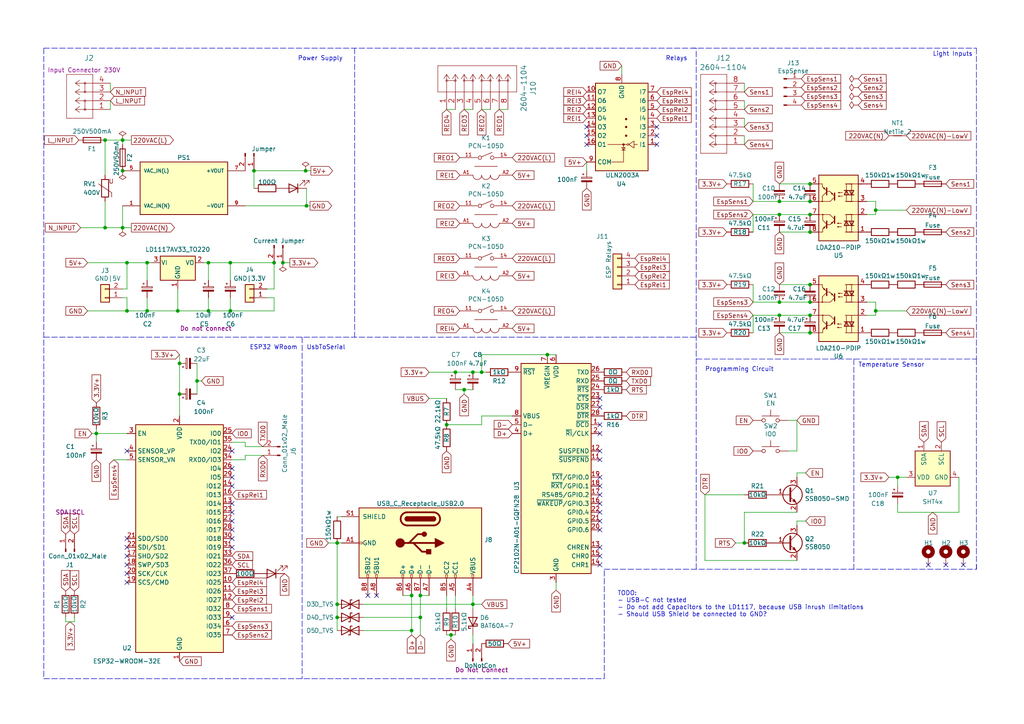
<source format=kicad_sch>
(kicad_sch (version 20211123) (generator eeschema)
  (paper "A4")
  (junction (at 27.94 125.73))
  (junction (at 57.15 110.49))
  (junction (at 97.79 157.48))
  (junction (at 260.35 138.43))
  (junction (at 226.06 62.23))
  (junction (at 97.79 175.26))
  (junction (at 88.9 59.69))
  (junction (at 234.95 87.63))
  (junction (at 66.802 76.2))
  (junction (at 254 90.17))
  (junction (at 254 60.96))
  (junction (at 60.452 90.17))
  (junction (at 234.95 62.23))
  (junction (at 134.62 113.03))
  (junction (at 51.562 90.17))
  (junction (at 139.7 107.95))
  (junction (at 137.16 175.26))
  (junction (at 66.802 90.17))
  (junction (at 36.83 76.2))
  (junction (at 52.07 114.3))
  (junction (at 30.48 66.04))
  (junction (at 82.042 76.2))
  (junction (at 60.452 76.2))
  (junction (at 234.95 96.52))
  (junction (at 121.92 179.07))
  (junction (at 36.83 90.17))
  (junction (at 121.92 172.72))
  (junction (at 234.95 91.44))
  (junction (at 88.646 49.53))
  (junction (at 226.06 58.42))
  (junction (at 158.75 102.87))
  (junction (at 52.07 105.41))
  (junction (at 132.08 107.95))
  (junction (at 97.79 179.07))
  (junction (at 35.56 66.04))
  (junction (at 234.95 58.42))
  (junction (at 234.95 82.55))
  (junction (at 130.81 184.15))
  (junction (at 35.56 40.64))
  (junction (at 234.95 53.34))
  (junction (at 234.95 67.31))
  (junction (at 226.06 91.44))
  (junction (at 129.54 123.19))
  (junction (at 119.38 182.88))
  (junction (at 42.672 76.2))
  (junction (at 79.502 76.2))
  (junction (at 137.16 107.95))
  (junction (at 73.66 49.53))
  (junction (at 42.672 90.17))
  (junction (at 30.48 40.64))
  (junction (at 226.06 87.63))
  (junction (at 35.56 49.53))
  (junction (at 119.38 172.72))
  (junction (at 215.9 157.48))
  (no_connect (at 36.83 156.21))
  (no_connect (at 67.31 151.13))
  (no_connect (at 173.99 118.11))
  (no_connect (at 36.83 163.83))
  (no_connect (at 173.99 115.57))
  (no_connect (at 173.99 163.83))
  (no_connect (at 67.31 146.05))
  (no_connect (at 170.18 39.37))
  (no_connect (at 173.99 148.59))
  (no_connect (at 173.99 161.29))
  (no_connect (at 173.99 138.43))
  (no_connect (at 170.18 36.83))
  (no_connect (at 67.31 135.89))
  (no_connect (at 173.99 151.13))
  (no_connect (at 36.83 158.75))
  (no_connect (at 67.31 140.97))
  (no_connect (at 173.99 153.67))
  (no_connect (at 279.4 163.83))
  (no_connect (at 67.31 148.59))
  (no_connect (at 274.32 163.83))
  (no_connect (at 173.99 123.19))
  (no_connect (at 173.99 146.05))
  (no_connect (at 170.18 41.91))
  (no_connect (at 36.83 166.37))
  (no_connect (at 173.99 143.51))
  (no_connect (at 36.83 168.91))
  (no_connect (at 67.31 179.07))
  (no_connect (at 36.83 161.29))
  (no_connect (at 173.99 125.73))
  (no_connect (at 67.31 153.67))
  (no_connect (at 173.99 158.75))
  (no_connect (at 173.99 140.97))
  (no_connect (at 190.5 41.91))
  (no_connect (at 67.31 138.43))
  (no_connect (at 190.5 36.83))
  (no_connect (at 36.83 130.81))
  (no_connect (at 173.99 133.35))
  (no_connect (at 269.24 163.83))
  (no_connect (at 67.31 156.21))
  (no_connect (at 67.31 130.81))
  (no_connect (at 106.68 172.72))
  (no_connect (at 109.22 172.72))
  (no_connect (at 173.99 130.81))
  (no_connect (at 67.31 158.75))
  (no_connect (at 190.5 39.37))
  (wire (pts (xy 139.7 107.95) (xy 140.97 107.95)))
  (wire (pts (xy 57.15 110.49) (xy 57.15 114.3)))
  (wire (pts (xy 105.41 179.07) (xy 121.92 179.07)))
  (wire (pts (xy 76.2 132.08) (xy 71.12 132.08)))
  (wire (pts (xy 233.68 151.13) (xy 231.14 151.13)))
  (wire (pts (xy 66.802 86.36) (xy 66.802 90.17)))
  (wire (pts (xy 215.9 39.37) (xy 215.9 41.91)))
  (wire (pts (xy 254 90.17) (xy 254 91.44)))
  (wire (pts (xy 30.48 40.64) (xy 35.56 40.64)))
  (wire (pts (xy 228.6 130.81) (xy 231.14 130.81)))
  (wire (pts (xy 66.802 76.2) (xy 79.502 76.2)))
  (wire (pts (xy 32.004 31.75) (xy 32.004 29.21)))
  (wire (pts (xy 58.42 110.49) (xy 57.15 110.49)))
  (wire (pts (xy 257.81 138.43) (xy 260.35 138.43)))
  (wire (pts (xy 27.94 125.73) (xy 27.94 128.27)))
  (polyline (pts (xy 283.21 13.97) (xy 283.21 104.14)))
  (wire (pts (xy 30.48 50.8) (xy 30.48 40.64)))
  (wire (pts (xy 161.29 168.91) (xy 161.29 171.196)))
  (wire (pts (xy 116.84 172.72) (xy 119.38 172.72)))
  (wire (pts (xy 60.452 76.2) (xy 66.802 76.2)))
  (wire (pts (xy 218.44 82.55) (xy 218.44 87.63)))
  (wire (pts (xy 88.646 49.53) (xy 90.17 49.53)))
  (wire (pts (xy 105.41 175.26) (xy 137.16 175.26)))
  (wire (pts (xy 67.31 128.27) (xy 71.12 128.27)))
  (wire (pts (xy 130.81 184.15) (xy 132.08 184.15)))
  (wire (pts (xy 254 60.96) (xy 262.89 60.96)))
  (polyline (pts (xy 247.65 104.14) (xy 247.65 165.1)))
  (polyline (pts (xy 87.63 97.79) (xy 87.63 196.85)))
  (polyline (pts (xy 283.21 165.1) (xy 283.21 163.83)))
  (wire (pts (xy 95.25 157.48) (xy 97.79 157.48)))
  (wire (pts (xy 30.48 58.42) (xy 30.48 66.04)))
  (wire (pts (xy 121.92 172.72) (xy 124.46 172.72)))
  (wire (pts (xy 97.79 149.86) (xy 99.06 149.86)))
  (wire (pts (xy 119.38 172.72) (xy 119.38 182.88)))
  (wire (pts (xy 254 58.42) (xy 254 60.96)))
  (wire (pts (xy 218.44 91.44) (xy 218.44 96.52)))
  (polyline (pts (xy 201.93 165.1) (xy 201.93 13.97)))
  (wire (pts (xy 234.95 96.52) (xy 226.06 96.52)))
  (wire (pts (xy 226.06 87.63) (xy 218.44 87.63)))
  (wire (pts (xy 233.68 137.16) (xy 231.14 137.16)))
  (wire (pts (xy 27.94 125.73) (xy 36.83 125.73)))
  (polyline (pts (xy 201.93 104.14) (xy 283.21 104.14)))
  (wire (pts (xy 130.81 184.15) (xy 130.81 185.42)))
  (wire (pts (xy 26.67 125.73) (xy 27.94 125.73)))
  (wire (pts (xy 36.83 76.2) (xy 42.672 76.2)))
  (wire (pts (xy 260.35 146.05) (xy 260.35 148.59)))
  (wire (pts (xy 129.54 123.19) (xy 139.7 123.19)))
  (wire (pts (xy 139.7 102.87) (xy 139.7 107.95)))
  (wire (pts (xy 124.46 107.95) (xy 132.08 107.95)))
  (wire (pts (xy 278.13 148.59) (xy 278.13 138.43)))
  (wire (pts (xy 124.46 115.57) (xy 129.54 115.57)))
  (wire (pts (xy 121.92 179.07) (xy 121.92 184.15)))
  (wire (pts (xy 226.06 87.63) (xy 234.95 87.63)))
  (polyline (pts (xy 201.93 13.97) (xy 200.66 13.97)))
  (wire (pts (xy 139.7 120.65) (xy 148.59 120.65)))
  (wire (pts (xy 234.95 82.55) (xy 226.06 82.55)))
  (wire (pts (xy 57.15 105.41) (xy 57.15 110.49)))
  (wire (pts (xy 226.06 58.42) (xy 234.95 58.42)))
  (wire (pts (xy 234.95 67.31) (xy 226.06 67.31)))
  (wire (pts (xy 35.56 40.64) (xy 35.56 41.91)))
  (wire (pts (xy 129.54 184.15) (xy 130.81 184.15)))
  (wire (pts (xy 71.12 59.69) (xy 88.9 59.69)))
  (wire (pts (xy 88.9 59.69) (xy 89.916 59.69)))
  (wire (pts (xy 254 62.23) (xy 251.46 62.23)))
  (wire (pts (xy 215.9 24.13) (xy 215.9 26.67)))
  (wire (pts (xy 137.16 107.95) (xy 139.7 107.95)))
  (wire (pts (xy 260.35 148.59) (xy 278.13 148.59)))
  (wire (pts (xy 105.41 182.88) (xy 119.38 182.88)))
  (wire (pts (xy 42.672 76.2) (xy 43.942 76.2)))
  (wire (pts (xy 79.502 86.36) (xy 79.502 90.17)))
  (wire (pts (xy 97.79 157.48) (xy 97.79 175.26)))
  (wire (pts (xy 121.92 172.72) (xy 121.92 179.07)))
  (wire (pts (xy 204.47 143.51) (xy 215.9 143.51)))
  (wire (pts (xy 73.66 49.53) (xy 88.646 49.53)))
  (wire (pts (xy 231.14 137.16) (xy 231.14 138.43)))
  (wire (pts (xy 134.62 114.3) (xy 134.62 113.03)))
  (wire (pts (xy 218.44 62.23) (xy 226.06 62.23)))
  (wire (pts (xy 97.79 179.07) (xy 97.79 175.26)))
  (wire (pts (xy 231.14 151.13) (xy 231.14 152.4)))
  (wire (pts (xy 142.24 31.75) (xy 139.7 31.75)))
  (wire (pts (xy 132.08 31.75) (xy 129.54 31.75)))
  (wire (pts (xy 254 87.63) (xy 254 90.17)))
  (wire (pts (xy 42.672 86.36) (xy 42.672 90.17)))
  (wire (pts (xy 51.562 90.17) (xy 60.452 90.17)))
  (wire (pts (xy 137.16 175.26) (xy 137.16 172.72)))
  (wire (pts (xy 226.06 62.23) (xy 234.95 62.23)))
  (wire (pts (xy 71.12 129.54) (xy 76.2 129.54)))
  (wire (pts (xy 60.452 86.36) (xy 60.452 90.17)))
  (wire (pts (xy 79.502 83.82) (xy 79.502 76.2)))
  (polyline (pts (xy 12.7 196.85) (xy 175.26 196.85)))
  (wire (pts (xy 231.14 148.59) (xy 215.9 148.59)))
  (wire (pts (xy 254 91.44) (xy 251.46 91.44)))
  (wire (pts (xy 215.9 148.59) (xy 215.9 157.48)))
  (wire (pts (xy 35.56 83.82) (xy 36.83 83.82)))
  (wire (pts (xy 254 60.96) (xy 254 62.23)))
  (polyline (pts (xy 12.7 97.79) (xy 201.93 97.79)))
  (wire (pts (xy 71.12 132.08) (xy 71.12 133.35)))
  (wire (pts (xy 32.004 24.13) (xy 32.004 26.67)))
  (wire (pts (xy 137.16 176.53) (xy 137.16 175.26)))
  (wire (pts (xy 218.44 91.44) (xy 226.06 91.44)))
  (wire (pts (xy 42.672 76.2) (xy 42.672 81.28)))
  (wire (pts (xy 132.08 172.72) (xy 132.08 176.53)))
  (wire (pts (xy 262.89 90.17) (xy 254 90.17)))
  (wire (pts (xy 52.07 105.41) (xy 52.07 114.3)))
  (wire (pts (xy 25.4 76.2) (xy 36.83 76.2)))
  (wire (pts (xy 170.18 46.99) (xy 170.18 49.53)))
  (wire (pts (xy 215.9 29.21) (xy 215.9 31.75)))
  (wire (pts (xy 33.02 133.35) (xy 36.83 133.35)))
  (wire (pts (xy 25.4 90.17) (xy 36.83 90.17)))
  (wire (pts (xy 42.672 90.17) (xy 51.562 90.17)))
  (wire (pts (xy 226.06 58.42) (xy 218.44 58.42)))
  (wire (pts (xy 97.79 182.88) (xy 97.79 179.07)))
  (wire (pts (xy 77.47 86.36) (xy 79.502 86.36)))
  (wire (pts (xy 52.07 114.3) (xy 52.07 120.65)))
  (wire (pts (xy 158.75 102.87) (xy 139.7 102.87)))
  (polyline (pts (xy 12.7 13.97) (xy 12.7 196.85)))
  (wire (pts (xy 134.62 113.03) (xy 132.08 113.03)))
  (polyline (pts (xy 102.87 13.97) (xy 102.87 97.79)))
  (wire (pts (xy 228.6 121.92) (xy 231.14 121.92)))
  (wire (pts (xy 71.12 133.35) (xy 67.31 133.35)))
  (wire (pts (xy 158.75 102.87) (xy 161.29 102.87)))
  (wire (pts (xy 82.042 76.2) (xy 84.074 76.2)))
  (wire (pts (xy 36.83 86.36) (xy 36.83 90.17)))
  (polyline (pts (xy 175.26 196.85) (xy 175.26 165.1)))
  (wire (pts (xy 35.56 40.64) (xy 38.1 40.64)))
  (wire (pts (xy 19.05 180.34) (xy 21.59 180.34)))
  (wire (pts (xy 137.16 175.26) (xy 139.7 175.26)))
  (wire (pts (xy 60.452 90.17) (xy 66.802 90.17)))
  (wire (pts (xy 19.05 179.07) (xy 19.05 180.34)))
  (wire (pts (xy 204.47 162.56) (xy 231.14 162.56)))
  (wire (pts (xy 60.452 76.2) (xy 60.452 81.28)))
  (polyline (pts (xy 283.21 104.14) (xy 283.21 165.1)))
  (wire (pts (xy 231.14 121.92) (xy 231.14 130.81)))
  (wire (pts (xy 23.368 66.04) (xy 30.48 66.04)))
  (wire (pts (xy 35.56 66.04) (xy 38.1 66.04)))
  (wire (pts (xy 71.12 128.27) (xy 71.12 129.54)))
  (wire (pts (xy 218.44 53.34) (xy 218.44 58.42)))
  (wire (pts (xy 27.94 124.46) (xy 27.94 125.73)))
  (wire (pts (xy 51.562 83.82) (xy 51.562 90.17)))
  (wire (pts (xy 147.32 31.75) (xy 144.78 31.75)))
  (wire (pts (xy 260.35 138.43) (xy 260.35 140.97)))
  (wire (pts (xy 180.34 19.05) (xy 180.34 21.59)))
  (wire (pts (xy 132.08 107.95) (xy 137.16 107.95)))
  (wire (pts (xy 204.47 143.51) (xy 204.47 162.56)))
  (wire (pts (xy 137.16 184.15) (xy 137.16 186.69)))
  (wire (pts (xy 35.56 66.04) (xy 35.56 59.69)))
  (wire (pts (xy 52.07 102.87) (xy 52.07 105.41)))
  (wire (pts (xy 251.46 58.42) (xy 254 58.42)))
  (wire (pts (xy 66.802 76.2) (xy 66.802 81.28)))
  (wire (pts (xy 21.59 180.34) (xy 21.59 179.07)))
  (wire (pts (xy 77.47 83.82) (xy 79.502 83.82)))
  (wire (pts (xy 88.9 54.61) (xy 88.9 59.69)))
  (wire (pts (xy 119.38 182.88) (xy 119.38 184.15)))
  (wire (pts (xy 213.36 157.48) (xy 215.9 157.48)))
  (wire (pts (xy 215.9 34.29) (xy 215.9 36.83)))
  (wire (pts (xy 36.83 76.2) (xy 36.83 83.82)))
  (wire (pts (xy 36.83 90.17) (xy 42.672 90.17)))
  (wire (pts (xy 226.06 91.44) (xy 234.95 91.44)))
  (wire (pts (xy 66.802 90.17) (xy 79.502 90.17)))
  (wire (pts (xy 35.56 86.36) (xy 36.83 86.36)))
  (polyline (pts (xy 12.7 13.97) (xy 283.21 13.97)))
  (wire (pts (xy 30.48 66.04) (xy 35.56 66.04)))
  (wire (pts (xy 137.16 31.75) (xy 134.62 31.75)))
  (wire (pts (xy 251.46 87.63) (xy 254 87.63)))
  (wire (pts (xy 97.79 157.48) (xy 99.06 157.48)))
  (wire (pts (xy 139.7 123.19) (xy 139.7 120.65)))
  (wire (pts (xy 73.66 49.53) (xy 73.66 54.61)))
  (wire (pts (xy 234.95 53.34) (xy 226.06 53.34)))
  (wire (pts (xy 218.44 62.23) (xy 218.44 67.31)))
  (wire (pts (xy 137.16 113.03) (xy 134.62 113.03)))
  (wire (pts (xy 60.452 76.2) (xy 59.182 76.2)))
  (wire (pts (xy 260.35 138.43) (xy 262.89 138.43)))
  (wire (pts (xy 129.54 172.72) (xy 129.54 176.53)))
  (polyline (pts (xy 175.26 165.1) (xy 283.21 165.1)))
  (text "Programming Circuit" (at 204.47 107.95 0) (effects (font (size 1.27 1.27)) (justify left bottom)))
  (text "UsbToSerial" (at 88.9 101.6 0) (effects (font (size 1.27 1.27)) (justify left bottom)))
  (text "Relays" (at 193.04 17.78 0) (effects (font (size 1.27 1.27)) (justify left bottom)))
  (text "Temperature Sensor" (at 248.92 106.68 0) (effects (font (size 1.27 1.27)) (justify left bottom)))
  (text "Power Supply" (at 86.36 17.78 0) (effects (font (size 1.27 1.27)) (justify left bottom)))
  (text "ESP32 WRoom" (at 72.39 101.6 0) (effects (font (size 1.27 1.27)) (justify left bottom)))
  (text "TODO:\n- USB-C not tested\n- Do not add Capacitors to the LD1117, because USB inrush limitations\n- Should USB Shield be connected to GND?" (at 179.07 179.07 0) (effects (font (size 1.27 1.27)) (justify left bottom)))
  (text "Light Inputs" (at 270.51 16.51 0) (effects (font (size 1.27 1.27)) (justify left bottom)))
  (global_label "3.3V+" (shape input) (at 27.94 116.84 90) (property "Intersheet References" "${INTERSHEET_REFS}" (effects hide)))
  (global_label "EspRel2" (shape input) (at 184.15 80.01 0) (property "Intersheet References" "${INTERSHEET_REFS}" (effects hide)))
  (global_label "REI1" (shape input) (at 170.18 34.29 180) (property "Intersheet References" "${INTERSHEET_REFS}" (effects hide)))
  (global_label "220VAC(L)" (shape output) (at 38.1 40.64 0) (property "Intersheet References" "${INTERSHEET_REFS}" (effects hide)))
  (global_label "EN" (shape input) (at 26.67 125.73 180) (property "Intersheet References" "${INTERSHEET_REFS}" (effects hide)))
  (global_label "5V+" (shape input) (at 148.59 64.77 0) (property "Intersheet References" "${INTERSHEET_REFS}" (effects hide)))
  (global_label "EN" (shape input) (at 233.68 137.16 0) (property "Intersheet References" "${INTERSHEET_REFS}" (effects hide)))
  (global_label "220VAC(L)" (shape input) (at 148.59 90.17 0) (property "Intersheet References" "${INTERSHEET_REFS}" (effects hide)))
  (global_label "Sens4" (shape input) (at 248.92 30.48 0) (property "Intersheet References" "${INTERSHEET_REFS}" (effects hide)))
  (global_label "EspSens3" (shape input) (at 218.44 87.63 180) (property "Intersheet References" "${INTERSHEET_REFS}" (effects hide)))
  (global_label "5V+" (shape input) (at 148.59 95.25 0) (property "Intersheet References" "${INTERSHEET_REFS}" (effects hide)))
  (global_label "3.3V+" (shape input) (at 210.82 82.55 180) (property "Intersheet References" "${INTERSHEET_REFS}" (effects hide)))
  (global_label "REO1" (shape input) (at 144.78 31.75 270) (property "Intersheet References" "${INTERSHEET_REFS}" (effects hide)))
  (global_label "SDA" (shape input) (at 19.05 154.94 90) (property "Intersheet References" "${INTERSHEET_REFS}" (effects hide)))
  (global_label "RXD0" (shape input) (at 76.2 132.08 270) (property "Intersheet References" "${INTERSHEET_REFS}" (effects hide)))
  (global_label "GND" (shape input) (at 226.06 96.52 270) (property "Intersheet References" "${INTERSHEET_REFS}" (effects hide)))
  (global_label "GND" (shape input) (at 27.94 133.35 270) (property "Intersheet References" "${INTERSHEET_REFS}" (effects hide)))
  (global_label "REO4" (shape input) (at 133.35 90.17 180) (property "Intersheet References" "${INTERSHEET_REFS}" (effects hide)))
  (global_label "GND" (shape input) (at 270.51 148.59 270) (property "Intersheet References" "${INTERSHEET_REFS}" (effects hide)))
  (global_label "220VAC(N)-LowV" (shape input) (at 262.89 90.17 0) (property "Intersheet References" "${INTERSHEET_REFS}" (effects hide)))
  (global_label "RXD0" (shape input) (at 181.61 107.95 0) (property "Intersheet References" "${INTERSHEET_REFS}" (effects hide)))
  (global_label "REI2" (shape input) (at 170.18 31.75 180) (property "Intersheet References" "${INTERSHEET_REFS}" (effects hide)))
  (global_label "220VAC(N)-LowV" (shape input) (at 262.89 39.37 0) (property "Intersheet References" "${INTERSHEET_REFS}" (effects hide)))
  (global_label "VBUS" (shape input) (at 124.46 115.57 180) (property "Intersheet References" "${INTERSHEET_REFS}" (effects hide)))
  (global_label "EspRel1" (shape input) (at 190.5 34.29 0) (property "Intersheet References" "${INTERSHEET_REFS}" (effects hide)))
  (global_label "REO2" (shape input) (at 133.35 59.69 180) (property "Intersheet References" "${INTERSHEET_REFS}" (effects hide)))
  (global_label "SDA" (shape input) (at 267.97 128.27 90) (property "Intersheet References" "${INTERSHEET_REFS}" (effects hide)))
  (global_label "SDA" (shape input) (at 19.05 171.45 90) (property "Intersheet References" "${INTERSHEET_REFS}" (effects hide)))
  (global_label "VBUS" (shape input) (at 139.7 175.26 0) (property "Intersheet References" "${INTERSHEET_REFS}" (effects hide)))
  (global_label "3.3V+" (shape input) (at 124.46 107.95 180) (property "Intersheet References" "${INTERSHEET_REFS}" (effects hide)))
  (global_label "SDA" (shape input) (at 67.31 161.29 0) (property "Intersheet References" "${INTERSHEET_REFS}" (effects hide)))
  (global_label "EspSens3" (shape input) (at 232.41 27.94 0) (property "Intersheet References" "${INTERSHEET_REFS}" (effects hide)))
  (global_label "D+" (shape input) (at 119.38 184.15 270) (property "Intersheet References" "${INTERSHEET_REFS}" (effects hide)))
  (global_label "REO1" (shape input) (at 133.35 45.72 180) (property "Intersheet References" "${INTERSHEET_REFS}" (effects hide)))
  (global_label "220VAC(N)" (shape input) (at 257.81 39.37 180) (property "Intersheet References" "${INTERSHEET_REFS}" (effects hide)))
  (global_label "EspSens1" (shape input) (at 232.41 22.86 0) (property "Intersheet References" "${INTERSHEET_REFS}" (effects hide)))
  (global_label "GND" (shape input) (at 231.14 121.92 0) (property "Intersheet References" "${INTERSHEET_REFS}" (effects hide)))
  (global_label "IO0" (shape input) (at 67.31 125.73 0) (property "Intersheet References" "${INTERSHEET_REFS}" (effects hide)))
  (global_label "Sens3" (shape input) (at 215.9 36.83 0) (property "Intersheet References" "${INTERSHEET_REFS}" (effects hide)))
  (global_label "IO0" (shape input) (at 233.68 151.13 0) (property "Intersheet References" "${INTERSHEET_REFS}" (effects hide)))
  (global_label "3.3V+" (shape input) (at 257.81 138.43 180) (property "Intersheet References" "${INTERSHEET_REFS}" (effects hide)))
  (global_label "GND" (shape input) (at 82.55 166.37 270) (property "Intersheet References" "${INTERSHEET_REFS}" (effects hide)))
  (global_label "Sens1" (shape input) (at 215.9 26.67 0) (property "Intersheet References" "${INTERSHEET_REFS}" (effects hide)))
  (global_label "EspSens2" (shape input) (at 218.44 62.23 180) (property "Intersheet References" "${INTERSHEET_REFS}" (effects hide)))
  (global_label "5V+" (shape input) (at 25.4 76.2 180) (property "Intersheet References" "${INTERSHEET_REFS}" (effects hide)))
  (global_label "220VAC(L)" (shape input) (at 148.59 45.72 0) (property "Intersheet References" "${INTERSHEET_REFS}" (effects hide)))
  (global_label "D+" (shape input) (at 148.59 125.73 180) (property "Intersheet References" "${INTERSHEET_REFS}" (effects hide)))
  (global_label "GND" (shape input) (at 130.81 185.42 270) (property "Intersheet References" "${INTERSHEET_REFS}" (effects hide)))
  (global_label "GND" (shape output) (at 89.916 59.69 0) (property "Intersheet References" "${INTERSHEET_REFS}" (effects hide)))
  (global_label "REI3" (shape input) (at 133.35 80.01 180) (property "Intersheet References" "${INTERSHEET_REFS}" (effects hide)))
  (global_label "TXD0" (shape input) (at 181.61 110.49 0) (property "Intersheet References" "${INTERSHEET_REFS}" (effects hide)))
  (global_label "GND" (shape input) (at 25.4 90.17 180) (property "Intersheet References" "${INTERSHEET_REFS}" (effects hide)))
  (global_label "L_INPUT" (shape input) (at 22.86 40.64 180) (property "Intersheet References" "${INTERSHEET_REFS}" (effects hide)))
  (global_label "GND" (shape input) (at 134.62 114.3 270) (property "Intersheet References" "${INTERSHEET_REFS}" (effects hide)))
  (global_label "5V+" (shape input) (at 170.18 46.99 180) (property "Intersheet References" "${INTERSHEET_REFS}" (effects hide)))
  (global_label "5V+" (shape input) (at 147.32 186.69 0) (property "Intersheet References" "${INTERSHEET_REFS}" (effects hide)))
  (global_label "EspRel4" (shape input) (at 190.5 26.67 0) (property "Intersheet References" "${INTERSHEET_REFS}" (effects hide)))
  (global_label "5V+" (shape input) (at 148.59 80.01 0) (property "Intersheet References" "${INTERSHEET_REFS}" (effects hide)))
  (global_label "3.3V+" (shape input) (at 210.82 53.34 180) (property "Intersheet References" "${INTERSHEET_REFS}" (effects hide)))
  (global_label "EspRel3" (shape input) (at 184.15 77.47 0) (property "Intersheet References" "${INTERSHEET_REFS}" (effects hide)))
  (global_label "EspRel4" (shape input) (at 67.31 168.91 0) (property "Intersheet References" "${INTERSHEET_REFS}" (effects hide)))
  (global_label "SCL" (shape input) (at 21.59 154.94 90) (property "Intersheet References" "${INTERSHEET_REFS}" (effects hide)))
  (global_label "GND" (shape input) (at 226.06 67.31 270) (property "Intersheet References" "${INTERSHEET_REFS}" (effects hide)))
  (global_label "Sens3" (shape input) (at 274.32 82.55 0) (property "Intersheet References" "${INTERSHEET_REFS}" (effects hide)))
  (global_label "5V+" (shape output) (at 90.17 49.53 0) (property "Intersheet References" "${INTERSHEET_REFS}" (effects hide)))
  (global_label "GND" (shape input) (at 58.42 110.49 0) (property "Intersheet References" "${INTERSHEET_REFS}" (effects hide)))
  (global_label "L_INPUT" (shape input) (at 32.004 29.21 0) (property "Intersheet References" "${INTERSHEET_REFS}" (effects hide)))
  (global_label "REO2" (shape input) (at 139.7 31.75 270) (property "Intersheet References" "${INTERSHEET_REFS}" (effects hide)))
  (global_label "EspRel2" (shape input) (at 190.5 31.75 0) (property "Intersheet References" "${INTERSHEET_REFS}" (effects hide)))
  (global_label "IO0" (shape input) (at 218.44 130.81 180) (property "Intersheet References" "${INTERSHEET_REFS}" (effects hide)))
  (global_label "GND" (shape input) (at 180.34 19.05 180) (property "Intersheet References" "${INTERSHEET_REFS}" (effects hide)))
  (global_label "EspRel1" (shape input) (at 67.31 143.51 0) (property "Intersheet References" "${INTERSHEET_REFS}" (effects hide)))
  (global_label "EspSens1" (shape input) (at 218.44 58.42 180) (property "Intersheet References" "${INTERSHEET_REFS}" (effects hide)))
  (global_label "3.3V+" (shape output) (at 84.074 76.2 0) (property "Intersheet References" "${INTERSHEET_REFS}" (effects hide)))
  (global_label "REI3" (shape input) (at 170.18 29.21 180) (property "Intersheet References" "${INTERSHEET_REFS}" (effects hide)))
  (global_label "EspSens2" (shape input) (at 232.41 25.4 0) (property "Intersheet References" "${INTERSHEET_REFS}" (effects hide)))
  (global_label "SCL" (shape input) (at 21.59 171.45 90) (property "Intersheet References" "${INTERSHEET_REFS}" (effects hide)))
  (global_label "Sens4" (shape input) (at 215.9 41.91 0) (property "Intersheet References" "${INTERSHEET_REFS}" (effects hide)))
  (global_label "3.3V+" (shape input) (at 20.32 180.34 270) (property "Intersheet References" "${INTERSHEET_REFS}" (effects hide)))
  (global_label "3.3V+" (shape input) (at 52.07 102.87 180) (property "Intersheet References" "${INTERSHEET_REFS}" (effects hide)))
  (global_label "3.3V+" (shape input) (at 210.82 96.52 180) (property "Intersheet References" "${INTERSHEET_REFS}" (effects hide)))
  (global_label "220VAC(L)" (shape input) (at 148.59 74.93 0) (property "Intersheet References" "${INTERSHEET_REFS}" (effects hide)))
  (global_label "DTR" (shape input) (at 204.47 143.51 90) (property "Intersheet References" "${INTERSHEET_REFS}" (effects hide)))
  (global_label "EspRel3" (shape input) (at 190.5 29.21 0) (property "Intersheet References" "${INTERSHEET_REFS}" (effects hide)))
  (global_label "Sens1" (shape input) (at 274.32 53.34 0) (property "Intersheet References" "${INTERSHEET_REFS}" (effects hide)))
  (global_label "EN" (shape input) (at 218.44 121.92 180) (property "Intersheet References" "${INTERSHEET_REFS}" (effects hide)))
  (global_label "5V+" (shape input) (at 148.59 50.8 0) (property "Intersheet References" "${INTERSHEET_REFS}" (effects hide)))
  (global_label "REO4" (shape input) (at 129.54 31.75 270) (property "Intersheet References" "${INTERSHEET_REFS}" (effects hide)))
  (global_label "D-" (shape input) (at 148.59 123.19 180) (property "Intersheet References" "${INTERSHEET_REFS}" (effects hide)))
  (global_label "EspSens3" (shape input) (at 67.31 181.61 0) (property "Intersheet References" "${INTERSHEET_REFS}" (effects hide)))
  (global_label "REO3" (shape input) (at 134.62 31.75 270) (property "Intersheet References" "${INTERSHEET_REFS}" (effects hide)))
  (global_label "3.3V+" (shape input) (at 210.82 67.31 180) (property "Intersheet References" "${INTERSHEET_REFS}" (effects hide)))
  (global_label "GND" (shape input) (at 226.06 53.34 90) (property "Intersheet References" "${INTERSHEET_REFS}" (effects hide)))
  (global_label "REI1" (shape input) (at 133.35 50.8 180) (property "Intersheet References" "${INTERSHEET_REFS}" (effects hide)))
  (global_label "GND" (shape input) (at 226.06 82.55 90) (property "Intersheet References" "${INTERSHEET_REFS}" (effects hide)))
  (global_label "TXD0" (shape input) (at 76.2 129.54 90) (property "Intersheet References" "${INTERSHEET_REFS}" (effects hide)))
  (global_label "220VAC(N)" (shape output) (at 38.1 66.04 0) (property "Intersheet References" "${INTERSHEET_REFS}" (effects hide)))
  (global_label "RTS" (shape input) (at 181.61 113.03 0) (property "Intersheet References" "${INTERSHEET_REFS}" (effects hide)))
  (global_label "Sens2" (shape input) (at 215.9 31.75 0) (property "Intersheet References" "${INTERSHEET_REFS}" (effects hide)))
  (global_label "EspSens4" (shape input) (at 232.41 30.48 0) (property "Intersheet References" "${INTERSHEET_REFS}" (effects hide)))
  (global_label "Sens2" (shape input) (at 248.92 25.4 0) (property "Intersheet References" "${INTERSHEET_REFS}" (effects hide)))
  (global_label "D-" (shape input) (at 121.92 184.15 270) (property "Intersheet References" "${INTERSHEET_REFS}" (effects hide)))
  (global_label "Sens4" (shape input) (at 274.32 96.52 0) (property "Intersheet References" "${INTERSHEET_REFS}" (effects hide)))
  (global_label "N_INPUT" (shape input) (at 32.004 26.67 0) (property "Intersheet References" "${INTERSHEET_REFS}" (effects hide)))
  (global_label "GND" (shape input) (at 95.25 157.48 180) (property "Intersheet References" "${INTERSHEET_REFS}" (effects hide)))
  (global_label "REI2" (shape input) (at 133.35 64.77 180) (property "Intersheet References" "${INTERSHEET_REFS}" (effects hide)))
  (global_label "SCL" (shape input) (at 67.31 163.83 0) (property "Intersheet References" "${INTERSHEET_REFS}" (effects hide)))
  (global_label "REI4" (shape input) (at 170.18 26.67 180) (property "Intersheet References" "${INTERSHEET_REFS}" (effects hide)))
  (global_label "EspRel1" (shape input) (at 184.15 82.55 0) (property "Intersheet References" "${INTERSHEET_REFS}" (effects hide)))
  (global_label "GND" (shape input) (at 129.54 130.81 270) (property "Intersheet References" "${INTERSHEET_REFS}" (effects hide)))
  (global_label "GND" (shape input) (at 52.07 191.77 0) (property "Intersheet References" "${INTERSHEET_REFS}" (effects hide)))
  (global_label "EspRel2" (shape input) (at 67.31 173.99 0) (property "Intersheet References" "${INTERSHEET_REFS}" (effects hide)))
  (global_label "Sens3" (shape input) (at 248.92 27.94 0) (property "Intersheet References" "${INTERSHEET_REFS}" (effects hide)))
  (global_label "DTR" (shape input) (at 181.61 120.65 0) (property "Intersheet References" "${INTERSHEET_REFS}" (effects hide)))
  (global_label "GND" (shape input) (at 161.29 171.196 270) (property "Intersheet References" "${INTERSHEET_REFS}" (effects hide)))
  (global_label "220VAC(N)-LowV" (shape input) (at 262.89 60.96 0) (property "Intersheet References" "${INTERSHEET_REFS}" (effects hide)))
  (global_label "220VAC(L)" (shape input) (at 148.59 59.69 0) (property "Intersheet References" "${INTERSHEET_REFS}" (effects hide)))
  (global_label "EspSens4" (shape input) (at 33.02 133.35 270) (property "Intersheet References" "${INTERSHEET_REFS}" (effects hide)))
  (global_label "EspSens2" (shape input) (at 67.31 184.15 0) (property "Intersheet References" "${INTERSHEET_REFS}" (effects hide)))
  (global_label "N_INPUT" (shape input) (at 23.368 66.04 180) (property "Intersheet References" "${INTERSHEET_REFS}" (effects hide)))
  (global_label "EspRel3" (shape input) (at 67.31 171.45 0) (property "Intersheet References" "${INTERSHEET_REFS}" (effects hide)))
  (global_label "REI4" (shape input) (at 133.35 95.25 180) (property "Intersheet References" "${INTERSHEET_REFS}" (effects hide)))
  (global_label "GND" (shape input) (at 170.18 54.61 270) (property "Intersheet References" "${INTERSHEET_REFS}" (effects hide)))
  (global_label "EspSens1" (shape input) (at 67.31 176.53 0) (property "Intersheet References" "${INTERSHEET_REFS}" (effects hide)))
  (global_label "Sens2" (shape input) (at 274.32 67.31 0) (property "Intersheet References" "${INTERSHEET_REFS}" (effects hide)))
  (global_label "SCL" (shape input) (at 273.05 128.27 90) (property "Intersheet References" "${INTERSHEET_REFS}" (effects hide)))
  (global_label "RTS" (shape input) (at 213.36 157.48 180) (property "Intersheet References" "${INTERSHEET_REFS}" (effects hide)))
  (global_label "EspRel4" (shape input) (at 184.15 74.93 0) (property "Intersheet References" "${INTERSHEET_REFS}" (effects hide)))
  (global_label "REO3" (shape input) (at 133.35 74.93 180) (property "Intersheet References" "${INTERSHEET_REFS}" (effects hide)))
  (global_label "EspSens4" (shape input) (at 218.44 91.44 180) (property "Intersheet References" "${INTERSHEET_REFS}" (effects hide)))
  (global_label "Sens1" (shape input) (at 248.92 22.86 0) (property "Intersheet References" "${INTERSHEET_REFS}" (effects hide)))
  (symbol (lib_id "power:PWR_FLAG") (at 248.92 30.48 90) (unit 1)
    (property "Reference" "#FLG09" (effects hide))
    (property "Value" "PWR_FLAG" (effects hide))
  )
  (symbol (lib_id "Device:R") (at 255.27 67.31 270) (unit 1)
    (property "Reference" "R24" (effects hide))
    (property "Value" "150kΩ1w" (at 255.27 69.85 90))
    (property "Footprint" "Resistor_SMD:R_2512_6332Metric_Pad1.40x3.35mm_HandSolder" (effects hide))
    (property "JLCPCB" "C25719" (effects hide))
  )
  (symbol (lib_id "power:PWR_FLAG") (at 248.92 27.94 90) (unit 1)
    (property "Reference" "#FLG08" (effects hide))
    (property "Value" "PWR_FLAG" (effects hide))
  )
  (symbol (lib_id "power:PWR_FLAG") (at 248.92 25.4 90) (unit 1)
    (property "Reference" "#FLG07" (effects hide))
    (property "Value" "PWR_FLAG" (effects hide))
  )
  (symbol (lib_id "power:PWR_FLAG") (at 248.92 22.86 90) (unit 1)
    (property "Reference" "#FLG06" (effects hide))
    (property "Value" "PWR_FLAG" (effects hide))
  )
  (symbol (lib_id "Transistor_Array:ULN2003A") (at 180.34 36.83 180) (unit 1)
    (property "Reference" "U4" (at 181.61 53.34 0) (effects (justify left)))
    (property "Value" "ULN2003A" (at 185.42 50.8 0) (effects (justify left)))
    (property "Footprint" "Package_SO:SOIC-16_3.9x9.9mm_P1.27mm" (effects hide))
    (property "Datasheet" "http://www.ti.com/lit/ds/symlink/uln2003a.pdf" (effects hide))
    (property "JLCPCB" "C7512" (effects hide))
  )
  (symbol (lib_id "Device:C_Polarized_Small") (at 234.95 55.88 180) (unit 1)
    (property "Reference" "C14" (at 229.87 54.61 0) (effects (justify right)))
    (property "Value" "4.7uF" (at 228.6 57.15 0) (effects (justify right)))
    (property "Footprint" "Capacitor_SMD:C_1206_3216Metric_Pad1.33x1.80mm_HandSolder" (effects hide))
    (property "JLCPCB" "C29823" (effects hide))
  )
  (symbol (lib_id "Device:R") (at 255.27 53.34 270) (unit 1)
    (property "Reference" "R23" (effects hide))
    (property "Value" "150kΩ1w" (at 255.27 50.8 90))
    (property "Footprint" "Resistor_SMD:R_2512_6332Metric_Pad1.40x3.35mm_HandSolder" (effects hide))
    (property "JLCPCB" "C25719" (effects hide))
  )
  (symbol (lib_id "Device:C_Polarized_Small") (at 234.95 64.77 0) (unit 1)
    (property "Reference" "C15" (at 232.41 63.5 0) (effects (justify right)))
    (property "Value" "4.7uF" (at 233.68 66.04 0) (effects (justify right)))
    (property "Footprint" "Capacitor_SMD:C_1206_3216Metric_Pad1.33x1.80mm_HandSolder" (effects hide))
    (property "JLCPCB" "C29823" (effects hide))
    (property "Value" "4.7uF" (effects hide))
  )
  (symbol (lib_id "Device:Fuse") (at 26.67 40.64 90) (unit 1)
    (property "Reference" "F1" (at 26.67 43.18 90))
    (property "Value" "250V500mA" (at 26.67 38.1 90))
    (property "Footprint" "Fuse:Fuseholder_TR5_Littelfuse_No560_No460" (effects hide))
  )
  (symbol (lib_id "Device:Varistor") (at 30.48 54.61 180) (unit 1)
    (property "Reference" "RV1" (at 24.13 53.34 0) (effects (justify right)))
    (property "Value" "400V" (at 24.13 55.88 0) (effects (justify right)))
    (property "Footprint" "Varistor:RV_Disc_D12mm_W4.2mm_P7.5mm" (effects hide))
  )
  (symbol (lib_id "Connector_Generic:Conn_01x04") (at 179.07 80.01 180) (unit 1)
    (property "Reference" "J11" (at 176.53 68.58 0) (effects (justify left)))
    (property "Value" "ESP Relays" (at 176.53 69.85 90) (effects (justify left)))
    (property "Footprint" "Connector_JST:JST_XH_B4B-XH-A_1x04_P2.50mm_Vertical" (effects hide))
  )
  (symbol (lib_id "Regulator_Linear:LD1117S33TR_SOT223") (at 51.562 76.2 0) (unit 1)
    (property "Reference" "U1" (effects hide))
    (property "Value" "LD1117AV33_TO220" (at 51.562 72.3646 0))
    (property "Footprint" "Package_TO_SOT_THT:TO-220-3_Vertical" (effects hide))
    (property "Datasheet" "http://www.st.com/st-web-ui/static/active/en/resource/technical/document/datasheet/CD00000544.pdf" (effects hide))
  )
  (symbol (lib_id "Connector_Generic:Conn_01x02") (at 30.48 86.36 180) (unit 1)
    (property "Reference" "J3" (at 30.48 78.486 0))
    (property "Value" "GND|5V" (at 31.242 80.772 0))
    (property "Footprint" "Connector_JST:JST_XH_B2B-XH-A_1x02_P2.50mm_Vertical" (effects hide))
  )
  (symbol (lib_id "RAC05-05SK_277:RAC05-05SK{slash}277") (at 53.34 54.61 0) (unit 1)
    (property "Reference" "PS1" (at 53.34 45.72 0))
    (property "Value" "RAC05-05SK/277" (effects hide))
    (property "Footprint" "rac05-05sk:277" (effects hide))
    (property "STANDARD" "Manufacturer Recommendations" (effects hide))
    (property "MAXIMUM_PACKAGE_HEIGHT" "21.8mm" (effects hide))
    (property "MANUFACTURER" "RECOM" (effects hide))
    (property "PARTREV" "N/A" (effects hide))
  )
  (symbol (lib_id "Device:C_Polarized_Small") (at 60.452 83.82 0) (unit 1)
    (property "Reference" "C5" (at 57.912 93.98 0) (effects (justify left)))
    (property "Value" "10uF" (at 56.642 91.44 0) (effects (justify left)))
    (property "Footprint" "Capacitor_THT:CP_Radial_D6.3mm_P2.50mm" (effects hide))
    (property "Field4" "Do not connect" (at 59.69 95.25 0))
  )
  (symbol (lib_id "Connector:Conn_01x02_Male") (at 73.66 44.45 270) (unit 1)
    (property "Reference" "J5" (effects hide))
    (property "Value" "Jumper" (at 80.01 43.18 90) (effects (justify right)))
    (property "Footprint" "Connector_PinHeader_2.54mm:PinHeader_1x02_P2.54mm_Vertical" (effects hide))
  )
  (symbol (lib_id "Connector_Generic:Conn_01x02") (at 72.39 86.36 180) (unit 1)
    (property "Reference" "J4" (at 72.39 78.232 0))
    (property "Value" "GND|3.3V" (at 72.39 80.772 0))
    (property "Footprint" "Connector_JST:JST_XH_B2B-XH-A_1x02_P2.50mm_Vertical" (effects hide))
  )
  (symbol (lib_id "Connector:Conn_01x02_Male") (at 82.042 71.12 270) (unit 1)
    (property "Reference" "J7" (effects hide))
    (property "Value" "Current Jumper" (at 88.392 69.85 90) (effects (justify right)))
    (property "Footprint" "Connector_PinHeader_2.54mm:PinHeader_1x02_P2.54mm_Vertical" (effects hide))
  )
  (symbol (lib_id "Device:R") (at 262.89 67.31 270) (unit 1)
    (property "Reference" "R28" (effects hide))
    (property "Value" "150kΩ1w" (at 264.16 69.85 90))
    (property "Footprint" "Resistor_SMD:R_2512_6332Metric_Pad1.40x3.35mm_HandSolder" (effects hide))
    (property "JLCPCB" "C25719" (effects hide))
  )
  (symbol (lib_id "Device:R") (at 262.89 53.34 270) (unit 1)
    (property "Reference" "R27" (effects hide))
    (property "Value" "150kΩ1w" (at 264.16 50.8 90))
    (property "Footprint" "Resistor_SMD:R_2512_6332Metric_Pad1.40x3.35mm_HandSolder" (effects hide))
    (property "JLCPCB" "C25719" (effects hide))
  )
  (symbol (lib_id "Device:C_Polarized_Small") (at 42.672 83.82 0) (unit 1)
    (property "Reference" "C2" (at 41.402 93.98 0) (effects (justify left)))
    (property "Value" "100nF" (at 45.212 91.44 0) (effects (justify right)))
    (property "Footprint" "Capacitor_SMD:C_0603_1608Metric_Pad1.08x0.95mm_HandSolder" (effects hide))
    (property "Datasheet" "https://www.distrelec.ch/en/ceramic-capacitor-100nf-50vdc-0805-rnd-components-rnd-1500805b104j500nt/p/30086635?q=smd+capacitor+&pos=5&origPos=990&origPageSize=50&track=true" (effects hide))
    (property "JLCPCB" "C14663" (effects hide))
  )
  (symbol (lib_id "Device:C_Polarized_Small") (at 170.18 52.07 0) (unit 1)
    (property "Reference" "C9" (effects hide))
    (property "Value" "100nF" (at 167.64 52.07 0) (effects (justify right)))
    (property "Footprint" "Capacitor_SMD:C_0603_1608Metric_Pad1.08x0.95mm_HandSolder" (effects hide))
    (property "Datasheet" "https://www.distrelec.ch/en/ceramic-capacitor-100nf-50vdc-0805-rnd-components-rnd-1500805b104j500nt/p/30086635?q=smd+capacitor+&pos=5&origPos=990&origPageSize=50&track=true" (effects hide))
    (property "JLCPCB" "C14663" (effects hide))
  )
  (symbol (lib_id "pcn-105D3:PCN-124D3MHZ,000") (at 130.81 45.72 0) (unit 1)
    (property "Reference" "K1" (at 140.97 40.005 0))
    (property "Value" "PCN-105D" (at 140.97 42.3164 0))
    (property "Footprint" "PCN:bigpads_TE_Connectivity-PCN-124D" (effects hide))
    (property "Datasheet" "https://www.te.com/commerce/DocumentDelivery/DDEController?Action=showdoc&DocId=Data+Sheet%7FPCN_series_relay_data_sheet_E%7F1217%7Fpdf%7FEnglish%7FENG_DS_PCN_series_relay_data_sheet_E_1217.pdf%7F3-1461491-6" (effects hide))
    (property "ambient temperature range high" "+85°C" (effects hide))
    (property "ambient temperature range low" "-40°C" (effects hide))
    (property "automotive" "No" (effects hide))
    (property "category" "Relay" (effects hide))
    (property "coil power" "120mW" (effects hide))
    (property "coil resistance" "4800Ω" (effects hide))
    (property "coil type" "Non-Latching" (effects hide))
    (property "coil voltage" "24V" (effects hide))
    (property "current rating" "3A" (effects hide))
    (property "device class L1" "Electromechanical" (effects hide))
    (property "device class L2" "Relays" (effects hide))
    (property "device class L3" "Power Relays" (effects hide))
    (property "digikey description" "RELAY GEN PURPOSE SPST 3A 24V" (effects hide))
    (property "digikey part number" "PB906-ND" (effects hide))
    (property "height" "12.8mm" (effects hide))
    (property "lead free" "Yes" (effects hide))
    (property "library id" "591278d9da046128" (effects hide))
    (property "manufacturer" "TE Connectivity" (effects hide))
    (property "mouser part number" "655-PCN-124D3MHZ,000" (effects hide))
    (property "number of contacts" "1" (effects hide))
    (property "package" "PTH_RELAY_20MM0_5MM0" (effects hide))
    (property "rohs" "Yes" (effects hide))
    (property "switching current" "3A" (effects hide))
    (property "throw configuration" "SPST" (effects hide))
  )
  (symbol (lib_id "pcn-105D3:PCN-124D3MHZ,000") (at 130.81 59.69 0) (unit 1)
    (property "Reference" "K2" (at 140.97 53.975 0))
    (property "Value" "PCN-105D" (at 140.97 56.2864 0))
    (property "Footprint" "PCN:bigpads_TE_Connectivity-PCN-124D" (effects hide))
    (property "Datasheet" "https://www.te.com/commerce/DocumentDelivery/DDEController?Action=showdoc&DocId=Data+Sheet%7FPCN_series_relay_data_sheet_E%7F1217%7Fpdf%7FEnglish%7FENG_DS_PCN_series_relay_data_sheet_E_1217.pdf%7F3-1461491-6" (effects hide))
    (property "ambient temperature range high" "+85°C" (effects hide))
    (property "ambient temperature range low" "-40°C" (effects hide))
    (property "automotive" "No" (effects hide))
    (property "category" "Relay" (effects hide))
    (property "coil power" "120mW" (effects hide))
    (property "coil resistance" "4800Ω" (effects hide))
    (property "coil type" "Non-Latching" (effects hide))
    (property "coil voltage" "24V" (effects hide))
    (property "current rating" "3A" (effects hide))
    (property "device class L1" "Electromechanical" (effects hide))
    (property "device class L2" "Relays" (effects hide))
    (property "device class L3" "Power Relays" (effects hide))
    (property "digikey description" "RELAY GEN PURPOSE SPST 3A 24V" (effects hide))
    (property "digikey part number" "PB906-ND" (effects hide))
    (property "height" "12.8mm" (effects hide))
    (property "lead free" "Yes" (effects hide))
    (property "library id" "591278d9da046128" (effects hide))
    (property "manufacturer" "TE Connectivity" (effects hide))
    (property "mouser part number" "655-PCN-124D3MHZ,000" (effects hide))
    (property "number of contacts" "1" (effects hide))
    (property "package" "PTH_RELAY_20MM0_5MM0" (effects hide))
    (property "rohs" "Yes" (effects hide))
    (property "switching current" "3A" (effects hide))
    (property "throw configuration" "SPST" (effects hide))
  )
  (symbol (lib_id "pcn-105D3:PCN-124D3MHZ,000") (at 130.81 74.93 0) (unit 1)
    (property "Reference" "K3" (at 140.97 69.215 0))
    (property "Value" "PCN-105D" (at 140.97 71.5264 0))
    (property "Footprint" "PCN:bigpads_TE_Connectivity-PCN-124D" (effects hide))
    (property "Datasheet" "https://www.te.com/commerce/DocumentDelivery/DDEController?Action=showdoc&DocId=Data+Sheet%7FPCN_series_relay_data_sheet_E%7F1217%7Fpdf%7FEnglish%7FENG_DS_PCN_series_relay_data_sheet_E_1217.pdf%7F3-1461491-6" (effects hide))
    (property "ambient temperature range high" "+85°C" (effects hide))
    (property "ambient temperature range low" "-40°C" (effects hide))
    (property "automotive" "No" (effects hide))
    (property "category" "Relay" (effects hide))
    (property "coil power" "120mW" (effects hide))
    (property "coil resistance" "4800Ω" (effects hide))
    (property "coil type" "Non-Latching" (effects hide))
    (property "coil voltage" "24V" (effects hide))
    (property "current rating" "3A" (effects hide))
    (property "device class L1" "Electromechanical" (effects hide))
    (property "device class L2" "Relays" (effects hide))
    (property "device class L3" "Power Relays" (effects hide))
    (property "digikey description" "RELAY GEN PURPOSE SPST 3A 24V" (effects hide))
    (property "digikey part number" "PB906-ND" (effects hide))
    (property "height" "12.8mm" (effects hide))
    (property "lead free" "Yes" (effects hide))
    (property "library id" "591278d9da046128" (effects hide))
    (property "manufacturer" "TE Connectivity" (effects hide))
    (property "mouser part number" "655-PCN-124D3MHZ,000" (effects hide))
    (property "number of contacts" "1" (effects hide))
    (property "package" "PTH_RELAY_20MM0_5MM0" (effects hide))
    (property "rohs" "Yes" (effects hide))
    (property "switching current" "3A" (effects hide))
    (property "throw configuration" "SPST" (effects hide))
  )
  (symbol (lib_id "pcn-105D3:PCN-124D3MHZ,000") (at 130.81 90.17 0) (unit 1)
    (property "Reference" "K4" (at 140.97 84.455 0))
    (property "Value" "PCN-105D" (at 140.97 86.7664 0))
    (property "Footprint" "PCN:bigpads_TE_Connectivity-PCN-124D" (effects hide))
    (property "Datasheet" "https://www.te.com/commerce/DocumentDelivery/DDEController?Action=showdoc&DocId=Data+Sheet%7FPCN_series_relay_data_sheet_E%7F1217%7Fpdf%7FEnglish%7FENG_DS_PCN_series_relay_data_sheet_E_1217.pdf%7F3-1461491-6" (effects hide))
    (property "ambient temperature range high" "+85°C" (effects hide))
    (property "ambient temperature range low" "-40°C" (effects hide))
    (property "automotive" "No" (effects hide))
    (property "category" "Relay" (effects hide))
    (property "coil power" "120mW" (effects hide))
    (property "coil resistance" "4800Ω" (effects hide))
    (property "coil type" "Non-Latching" (effects hide))
    (property "coil voltage" "24V" (effects hide))
    (property "current rating" "3A" (effects hide))
    (property "device class L1" "Electromechanical" (effects hide))
    (property "device class L2" "Relays" (effects hide))
    (property "device class L3" "Power Relays" (effects hide))
    (property "digikey description" "RELAY GEN PURPOSE SPST 3A 24V" (effects hide))
    (property "digikey part number" "PB906-ND" (effects hide))
    (property "height" "12.8mm" (effects hide))
    (property "lead free" "Yes" (effects hide))
    (property "library id" "591278d9da046128" (effects hide))
    (property "manufacturer" "TE Connectivity" (effects hide))
    (property "mouser part number" "655-PCN-124D3MHZ,000" (effects hide))
    (property "number of contacts" "1" (effects hide))
    (property "package" "PTH_RELAY_20MM0_5MM0" (effects hide))
    (property "rohs" "Yes" (effects hide))
    (property "switching current" "3A" (effects hide))
    (property "throw configuration" "SPST" (effects hide))
  )
  (symbol (lib_id "wago-2604-1104:2604-1104") (at 205.74 31.75 180) (unit 1)
    (property "Reference" "J12" (at 209.7532 16.8402 0) (effects (font (size 1.524 1.524))))
    (property "Value" "2604-1104" (at 209.7532 19.5326 0) (effects (font (size 1.524 1.524))))
    (property "Footprint" "wago-2604-1104:big_pads_2604-1104" (effects hide))
  )
  (symbol (lib_id "wago-2604-1104:2604-1104") (at 139.7 21.59 90) (unit 1)
    (property "Reference" "J10" (at 154.6098 25.6032 0) (effects (font (size 1.524 1.524))))
    (property "Value" "2604-1104" (at 151.9174 25.6032 0) (effects (font (size 1.524 1.524))))
    (property "Footprint" "wago-2604-1104:big_pads_2604-1104" (effects hide))
  )
  (symbol (lib_id "power:PWR_FLAG") (at 35.56 66.04 180) (unit 1)
    (property "Reference" "#FLG03" (effects hide))
    (property "Value" "PWR_FLAG" (effects hide))
  )
  (symbol (lib_id "wago-2604-1102:2604-1102") (at 21.844 26.67 180) (unit 1)
    (property "Reference" "J2" (at 25.8572 16.8402 0) (effects (font (size 1.524 1.524))))
    (property "Value" "2604-1102" (effects hide))
    (property "Footprint" "wago-2604-1102:big_pads_2604-1102" (effects hide))
    (property "Text" "Input Connector 230V" (at 24.384 20.32 0))
  )
  (symbol (lib_id "power:PWR_FLAG") (at 35.56 40.64 0) (unit 1)
    (property "Reference" "#FLG01" (effects hide))
    (property "Value" "PWR_FLAG" (effects hide))
  )
  (symbol (lib_id "power:PWR_FLAG") (at 88.646 49.53 0) (unit 1)
    (property "Reference" "#FLG05" (effects hide))
    (property "Value" "PWR_FLAG" (effects hide))
  )
  (symbol (lib_id "power:PWR_FLAG") (at 82.042 76.2 180) (unit 1)
    (property "Reference" "#FLG04" (effects hide))
    (property "Value" "PWR_FLAG" (effects hide))
  )
  (symbol (lib_id "Device:R") (at 77.47 54.61 270) (unit 1)
    (property "Reference" "R5" (effects hide))
    (property "Value" "100Ω" (at 77.47 52.832 90))
    (property "Footprint" "Resistor_SMD:R_0805_2012Metric_Pad1.20x1.40mm_HandSolder" (effects hide))
    (property "Datasheet" "https://www.distrelec.ch/en/high-power-thick-film-smd-resistor-0805-150ohm-330mw-rnd-components-rnd-155hp05w3f1500t5e/p/30111774?q=*&pos=2&origPos=1787&origPageSize=50&track=true" (effects hide))
    (property "JLCPCB" "C17408" (effects hide))
  )
  (symbol (lib_id "Device:C_Polarized_Small") (at 66.802 83.82 0) (unit 1)
    (property "Reference" "C6" (at 65.532 93.98 0) (effects (justify left)))
    (property "Value" "100nF" (at 70.612 91.44 0) (effects (justify right)))
    (property "Footprint" "Capacitor_SMD:C_0603_1608Metric_Pad1.08x0.95mm_HandSolder" (effects hide))
    (property "Datasheet" "https://www.distrelec.ch/en/ceramic-capacitor-100nf-50vdc-0805-rnd-components-rnd-1500805b104j500nt/p/30086635?q=smd+capacitor+&pos=5&origPos=990&origPageSize=50&track=true" (effects hide))
    (property "JLCPCB" "C14663" (effects hide))
  )
  (symbol (lib_id "Device:LED") (at 85.09 54.61 180) (unit 1)
    (property "Reference" "D2" (effects hide))
    (property "Value" "LED" (effects hide))
    (property "Footprint" "LED_SMD:LED_0805_2012Metric_Pad1.15x1.40mm_HandSolder" (effects hide))
    (property "Datasheet" "https://www.distrelec.ch/en/smd-led-green-575nm-20ma-2v-140-everlight-electronics-17-21sygc-s530-e1-tr8/p/17531205?q=*&pos=9&origPos=371&origPageSize=50&track=true" (effects hide))
    (property "JLCPCB" "C2297" (effects hide))
  )
  (symbol (lib_id "Mechanical:MountingHole_Pad") (at 269.24 161.29 0) (unit 1)
    (property "Reference" "H1" (at 267.97 157.48 0) (effects (justify left)))
    (property "Value" "MountingHole_Pad" (effects hide))
    (property "Footprint" "MountingHole:MountingHole_3.2mm_M3_ISO14580_Pad" (effects hide))
  )
  (symbol (lib_id "Mechanical:MountingHole_Pad") (at 274.32 161.29 0) (unit 1)
    (property "Reference" "H2" (at 273.05 157.48 0) (effects (justify left)))
    (property "Value" "MountingHole_Pad" (effects hide))
    (property "Footprint" "MountingHole:MountingHole_3.2mm_M3_ISO14580_Pad" (effects hide))
  )
  (symbol (lib_id "Mechanical:MountingHole_Pad") (at 279.4 161.29 0) (unit 1)
    (property "Reference" "H3" (at 278.13 157.48 0) (effects (justify left)))
    (property "Value" "MountingHole_Pad" (effects hide))
    (property "Footprint" "MountingHole:MountingHole_3.2mm_M3_ISO14580_Pad" (effects hide))
  )
  (symbol (lib_id "Device:C_Polarized_Small") (at 132.08 110.49 0) (unit 1)
    (property "Reference" "C7" (at 130.81 102.87 0) (effects (justify left)))
    (property "Value" "100nF" (at 129.54 105.41 0) (effects (justify left)))
    (property "Footprint" "Capacitor_SMD:C_0603_1608Metric_Pad1.08x0.95mm_HandSolder" (effects hide))
    (property "JLCPCB" "C14663" (effects hide))
  )
  (symbol (lib_id "Device:R") (at 177.8 120.65 270) (unit 1)
    (property "Reference" "R16" (at 177.8 123.19 90))
    (property "Value" "1kΩ" (at 177.8 120.65 90))
    (property "Footprint" "Resistor_SMD:R_0603_1608Metric_Pad0.98x0.95mm_HandSolder" (effects hide))
    (property "JLCPCB" "C25585" (effects hide))
  )
  (symbol (lib_id "Device:D_TVS") (at 101.6 182.88 180) (unit 1)
    (property "Reference" "D5" (at 90.17 182.88 0))
    (property "Value" "D_TVS" (at 93.98 182.88 0))
    (property "Footprint" "Diode_SMD:D_SOD-523" (effects hide))
    (property "JLCPCB" "C383211" (effects hide))
  )
  (symbol (lib_id "Device:D_TVS") (at 101.6 179.07 180) (unit 1)
    (property "Reference" "D4" (at 90.17 179.07 0))
    (property "Value" "D_TVS" (at 93.98 179.07 0))
    (property "Footprint" "Diode_SMD:D_SOD-523" (effects hide))
    (property "JLCPCB" "C383211" (effects hide))
  )
  (symbol (lib_id "Device:D_TVS") (at 101.6 175.26 180) (unit 1)
    (property "Reference" "D3" (at 90.17 175.26 0))
    (property "Value" "D_TVS" (at 93.98 175.26 0))
    (property "Footprint" "Diode_SMD:D_SOD-523" (effects hide))
    (property "JLCPCB" "C383211" (effects hide))
  )
  (symbol (lib_id "Diode:BAT60A") (at 137.16 180.34 90) (unit 1)
    (property "Reference" "D6" (at 139.192 179.1716 90) (effects (justify right)))
    (property "Value" "BAT60A-7" (at 139.192 181.483 90) (effects (justify right)))
    (property "Footprint" "Diode_SMD:D_SOD-323" (effects hide))
    (property "Datasheet" "https://www.infineon.com/dgdl/Infineon-BAT60ASERIES-DS-v01_01-en.pdf?fileId=db3a304313d846880113def70c9304a9" (effects hide))
    (property "JLCPCB" "C124187" (effects hide))
  )
  (symbol (lib_id "Switch:SW_Push") (at 223.52 121.92 0) (unit 1)
    (property "Reference" "SW1" (at 223.52 114.681 0))
    (property "Value" "EN" (at 223.52 116.9924 0))
    (property "Footprint" "Button_Switch_SMD:SW_SPST_SKQG_WithStem" (effects hide))
    (property "JLCPCB" "C318884" (effects hide))
  )
  (symbol (lib_id "Switch:SW_Push") (at 223.52 130.81 0) (unit 1)
    (property "Reference" "SW2" (at 223.52 123.571 0))
    (property "Value" "IO0" (at 223.52 125.8824 0))
    (property "Footprint" "Button_Switch_SMD:SW_SPST_SKQG_WithStem" (effects hide))
    (property "JLCPCB" "C318884" (effects hide))
  )
  (symbol (lib_id "Device:Q_NPN_BEC") (at 228.6 143.51 0) (unit 1)
    (property "Reference" "Q1" (at 233.426 142.3416 0) (effects (justify left)))
    (property "Value" "SS8050-SMD" (at 233.426 144.653 0) (effects (justify left)))
    (property "Footprint" "Package_TO_SOT_SMD:SOT-23" (effects hide))
    (property "Datasheet" "http://www.onsemi.com/pub_link/Collateral/2N2219-D.PDF" (effects hide))
    (property "JLCPCB" "C177739" (effects hide))
  )
  (symbol (lib_id "Device:R") (at 219.71 157.48 270) (unit 1)
    (property "Reference" "R22" (at 219.71 154.94 90))
    (property "Value" "10kΩ" (at 219.71 157.48 90))
    (property "Footprint" "Resistor_SMD:R_0603_1608Metric_Pad0.98x0.95mm_HandSolder" (effects hide))
    (property "Datasheet" "0603WAF1002T5E" (effects hide))
    (property "JLCPCB" "C25804" (effects hide))
  )
  (symbol (lib_id "Device:R") (at 219.71 143.51 270) (unit 1)
    (property "Reference" "R21" (at 219.71 140.97 90))
    (property "Value" "10kΩ" (at 219.71 143.51 90))
    (property "Footprint" "Resistor_SMD:R_0603_1608Metric_Pad0.98x0.95mm_HandSolder" (effects hide))
    (property "Datasheet" "0603WAF1002T5E" (effects hide))
    (property "JLCPCB" "C25804" (effects hide))
  )
  (symbol (lib_id "Device:R") (at 27.94 120.65 180) (unit 1)
    (property "Reference" "R3" (at 30.48 120.65 90))
    (property "Value" "10kΩ" (at 27.94 120.65 90))
    (property "Footprint" "Resistor_SMD:R_0603_1608Metric_Pad0.98x0.95mm_HandSolder" (effects hide))
    (property "Datasheet" "0603WAF1002T5E" (effects hide))
    (property "JLCPCB" "C25804" (effects hide))
  )
  (symbol (lib_id "Device:C_Polarized_Small") (at 27.94 130.81 0) (unit 1)
    (property "Reference" "C1" (at 19.05 129.54 0) (effects (justify left)))
    (property "Value" "100nF" (at 19.05 132.08 0) (effects (justify left)))
    (property "Footprint" "Capacitor_SMD:C_0603_1608Metric_Pad1.08x0.95mm_HandSolder" (effects hide))
    (property "JLCPCB" "C14663" (effects hide))
  )
  (symbol (lib_id "Device:C_Polarized_Small") (at 54.61 105.41 90) (unit 1)
    (property "Reference" "C3" (at 59.69 101.6 90) (effects (justify left)))
    (property "Value" "22uF" (at 60.96 104.14 90) (effects (justify left)))
    (property "Footprint" "Capacitor_SMD:C_0603_1608Metric_Pad1.08x0.95mm_HandSolder" (effects hide))
    (property "Datasheet" "CL10A226MQ8NRNC" (effects hide))
    (property "JLCPCB" "C59461" (effects hide))
  )
  (symbol (lib_id "Device:C_Polarized_Small") (at 54.61 114.3 90) (unit 1)
    (property "Reference" "C4" (at 59.69 116.84 90) (effects (justify left)))
    (property "Value" "100nF" (at 62.23 119.38 90) (effects (justify left)))
    (property "Footprint" "Capacitor_SMD:C_0603_1608Metric_Pad1.08x0.95mm_HandSolder" (effects hide))
    (property "JLCPCB" "C14663" (effects hide))
  )
  (symbol (lib_id "RF_Module:ESP32-WROOM-32D") (at 52.07 156.21 0) (unit 1)
    (property "Reference" "U2" (at 36.83 187.96 0))
    (property "Value" "ESP32-WROOM-32E" (at 36.83 191.77 0))
    (property "Footprint" "RF_Module:ESP32-WROOM-32" (effects hide))
    (property "Datasheet" "https://www.espressif.com/sites/default/files/documentation/esp32-wroom-32d_esp32-wroom-32u_datasheet_en.pdf" (effects hide))
    (property "JLCPCB" "C701343" (effects hide))
  )
  (symbol (lib_id "LDA210-PDIP:LDA210-PDIP") (at 243.84 62.23 180) (unit 1)
    (property "Reference" "U5" (at 243.205 74.0918 0))
    (property "Value" "LDA210-PDIP" (at 243.205 71.7804 0))
    (property "Footprint" "Package_DIP:DIP-8_W7.62mm_Socket_LongPads" (effects hide))
    (property "Datasheet" "http://optoelectronics.liteon.com/upload/download/DS70-2001-006/S_110_LTV-355T%2020140520.pdf" (effects hide))
  )
  (symbol (lib_id "Device:C_Polarized_Small") (at 226.06 55.88 180) (unit 1)
    (property "Reference" "C10" (at 220.98 54.61 0) (effects (justify right)))
    (property "Value" "100nF" (at 219.71 57.15 0) (effects (justify right)))
    (property "Footprint" "Capacitor_SMD:C_0603_1608Metric_Pad1.08x0.95mm_HandSolder" (effects hide))
    (property "JLCPCB" "C14663" (effects hide))
  )
  (symbol (lib_id "Device:C_Polarized_Small") (at 226.06 64.77 0) (unit 1)
    (property "Reference" "C11" (at 223.52 66.04 0) (effects (justify right)))
    (property "Value" "100nF" (at 224.79 63.5 0) (effects (justify right)))
    (property "Footprint" "Capacitor_SMD:C_0603_1608Metric_Pad1.08x0.95mm_HandSolder" (effects hide))
    (property "JLCPCB" "C14663" (effects hide))
  )
  (symbol (lib_id "Device:C_Polarized_Small") (at 137.16 110.49 0) (unit 1)
    (property "Reference" "C8" (at 137.16 102.87 0) (effects (justify left)))
    (property "Value" "4.7uF" (at 135.89 105.41 0) (effects (justify left)))
    (property "Footprint" "Capacitor_SMD:C_0603_1608Metric_Pad1.08x0.95mm_HandSolder" (effects hide))
    (property "JLCPCB" "C19666" (effects hide))
  )
  (symbol (lib_id "Device:R") (at 129.54 127 0) (unit 1)
    (property "Reference" "R8" (at 129.54 127 90))
    (property "Value" "47.5kΩ" (at 127 127 90))
    (property "Footprint" "Resistor_SMD:R_0603_1608Metric_Pad0.98x0.95mm_HandSolder" (effects hide))
    (property "JLCPCB" "C23061" (effects hide))
  )
  (symbol (lib_id "Device:R") (at 129.54 119.38 0) (unit 1)
    (property "Reference" "R7" (at 129.54 119.38 90))
    (property "Value" "22.1kΩ" (at 127 119.38 90))
    (property "Footprint" "Resistor_SMD:R_0603_1608Metric_Pad0.98x0.95mm_HandSolder" (effects hide))
    (property "JLCPCB" "C25961" (effects hide))
  )
  (symbol (lib_id "Device:R") (at 144.78 107.95 270) (unit 1)
    (property "Reference" "R12" (at 144.78 110.49 90))
    (property "Value" "1kΩ" (at 144.78 107.95 90))
    (property "Footprint" "Resistor_SMD:R_0603_1608Metric_Pad0.98x0.95mm_HandSolder" (effects hide))
    (property "JLCPCB" "C25585" (effects hide))
  )
  (symbol (lib_id "Device:C_Polarized_Small") (at 234.95 93.98 0) (unit 1)
    (property "Reference" "C17" (at 232.41 95.25 0) (effects (justify right)))
    (property "Value" "4.7uF" (at 233.68 92.71 0) (effects (justify right)))
    (property "Footprint" "Capacitor_SMD:C_1206_3216Metric_Pad1.33x1.80mm_HandSolder" (effects hide))
    (property "JLCPCB" "C29823" (effects hide))
  )
  (symbol (lib_id "Device:R") (at 255.27 82.55 270) (unit 1)
    (property "Reference" "R25" (effects hide))
    (property "Value" "150kΩ1w" (at 255.27 80.01 90))
    (property "Footprint" "Resistor_SMD:R_2512_6332Metric_Pad1.40x3.35mm_HandSolder" (effects hide))
    (property "JLCPCB" "C25719" (effects hide))
  )
  (symbol (lib_id "Device:C_Polarized_Small") (at 234.95 85.09 180) (unit 1)
    (property "Reference" "C16" (at 229.87 83.82 0) (effects (justify right)))
    (property "Value" "4.7uF" (at 228.6 86.36 0) (effects (justify right)))
    (property "Footprint" "Capacitor_SMD:C_1206_3216Metric_Pad1.33x1.80mm_HandSolder" (effects hide))
    (property "JLCPCB" "C29823" (effects hide))
  )
  (symbol (lib_id "Device:R") (at 255.27 96.52 270) (unit 1)
    (property "Reference" "R26" (effects hide))
    (property "Value" "150kΩ1w" (at 255.27 99.06 90))
    (property "Footprint" "Resistor_SMD:R_2512_6332Metric_Pad1.40x3.35mm_HandSolder" (effects hide))
    (property "JLCPCB" "C25719" (effects hide))
  )
  (symbol (lib_id "Device:R") (at 262.89 96.52 270) (unit 1)
    (property "Reference" "R30" (effects hide))
    (property "Value" "150kΩ1w" (at 264.16 99.06 90))
    (property "Footprint" "Resistor_SMD:R_2512_6332Metric_Pad1.40x3.35mm_HandSolder" (effects hide))
    (property "JLCPCB" "C25719" (effects hide))
  )
  (symbol (lib_id "Device:R") (at 262.89 82.55 270) (unit 1)
    (property "Reference" "R29" (effects hide))
    (property "Value" "150kΩ1w" (at 264.16 80.01 90))
    (property "Footprint" "Resistor_SMD:R_2512_6332Metric_Pad1.40x3.35mm_HandSolder" (effects hide))
    (property "JLCPCB" "C25719" (effects hide))
  )
  (symbol (lib_id "LDA210-PDIP:LDA210-PDIP") (at 243.84 91.44 180) (unit 1)
    (property "Reference" "U6" (at 243.205 103.3018 0))
    (property "Value" "LDA210-PDIP" (at 243.205 100.9904 0))
    (property "Footprint" "Package_DIP:DIP-8_W7.62mm_Socket_LongPads" (effects hide))
    (property "Datasheet" "http://optoelectronics.liteon.com/upload/download/DS70-2001-006/S_110_LTV-355T%2020140520.pdf" (effects hide))
  )
  (symbol (lib_id "Device:C_Polarized_Small") (at 226.06 93.98 0) (unit 1)
    (property "Reference" "C13" (at 223.52 95.25 0) (effects (justify right)))
    (property "Value" "100nF" (at 224.79 92.71 0) (effects (justify right)))
    (property "Footprint" "Capacitor_SMD:C_0603_1608Metric_Pad1.08x0.95mm_HandSolder" (effects hide))
    (property "JLCPCB" "C14663" (effects hide))
  )
  (symbol (lib_id "Device:C_Polarized_Small") (at 226.06 85.09 180) (unit 1)
    (property "Reference" "C12" (at 220.98 83.82 0) (effects (justify right)))
    (property "Value" "100nF" (at 219.71 86.36 0) (effects (justify right)))
    (property "Footprint" "Capacitor_SMD:C_0603_1608Metric_Pad1.08x0.95mm_HandSolder" (effects hide))
    (property "JLCPCB" "C14663" (effects hide))
  )
  (symbol (lib_id "Connector:Conn_01x04_Male") (at 227.33 25.4 0) (unit 1)
    (property "Reference" "J13" (at 230.0732 18.2626 0))
    (property "Value" "EspSense" (at 230.0732 20.574 0))
    (property "Footprint" "Connector_PinSocket_2.54mm:PinSocket_1x04_P2.54mm_Vertical" (effects hide))
  )
  (symbol (lib_id "Connector:Conn_01x02_Male") (at 81.28 132.08 180) (unit 1)
    (property "Reference" "J6" (at 85.09 132.08 90) (effects (justify right)))
    (property "Value" "Conn_01x02_Male" (at 82.55 137.16 90) (effects (justify right)))
    (property "Footprint" "Connector_PinHeader_2.54mm:PinHeader_1x02_P2.54mm_Vertical" (effects hide))
    (property "Field4" "Rx | Tx" (effects hide))
  )
  (symbol (lib_id "Interface_USB:CP2102N-Axx-xQFN28") (at 161.29 135.89 0) (unit 1)
    (property "Reference" "U3" (at 149.86 140.97 90))
    (property "Value" "CP2102N-A01-GQFN28" (at 149.86 154.94 90))
    (property "Footprint" "Package_DFN_QFN:QFN-28-1EP_5x5mm_P0.5mm_EP3.35x3.35mm" (effects hide))
    (property "Datasheet" "https://www.silabs.com/documents/public/data-sheets/cp2102n-datasheet.pdf" (effects hide))
    (property "JLCPCB" "C964632" (effects hide))
  )
  (symbol (lib_id "Device:R") (at 177.8 113.03 270) (unit 1)
    (property "Reference" "R15" (effects hide))
    (property "Value" "1kΩ" (at 177.8 113.03 90))
    (property "Footprint" "Resistor_SMD:R_1206_3216Metric_Pad1.30x1.75mm_HandSolder" (effects hide))
    (property "JLCPCB" "C4410" (effects hide))
  )
  (symbol (lib_id "Device:R") (at 177.8 107.95 270) (unit 1)
    (property "Reference" "R13" (effects hide))
    (property "Value" "0Ω" (at 177.8 107.95 90))
    (property "Footprint" "Resistor_SMD:R_0805_2012Metric_Pad1.20x1.40mm_HandSolder" (effects hide))
    (property "JLCPCB" "C17477" (effects hide))
  )
  (symbol (lib_id "Device:R") (at 177.8 110.49 270) (unit 1)
    (property "Reference" "R14" (effects hide))
    (property "Value" "0Ω" (at 177.8 110.49 90))
    (property "Footprint" "Resistor_SMD:R_0805_2012Metric_Pad1.20x1.40mm_HandSolder" (effects hide))
    (property "JLCPCB" "C17477" (effects hide))
  )
  (symbol (lib_id "Connector:Conn_01x02_Male") (at 137.16 191.77 90) (unit 1)
    (property "Reference" "J9" (effects hide))
    (property "Value" "DoNotCon" (at 134.62 193.04 90) (effects (justify right)))
    (property "Footprint" "Connector_PinHeader_2.54mm:PinHeader_1x02_P2.54mm_Vertical" (effects hide))
    (property "Field4" "Do Not Connect" (at 139.7 194.31 90))
  )
  (symbol (lib_id "Device:C_Polarized_Small") (at 260.35 143.51 0) (unit 1)
    (property "Reference" "C18" (at 256.54 146.05 0) (effects (justify right)))
    (property "Value" "100nF" (at 257.81 143.51 0) (effects (justify right)))
    (property "Footprint" "Capacitor_SMD:C_0603_1608Metric_Pad1.08x0.95mm_HandSolder" (effects hide))
    (property "JLCPCB" "C14663" (effects hide))
  )
  (symbol (lib_id "Device:R") (at 214.63 82.55 90) (unit 1)
    (property "Reference" "R19" (at 214.63 82.55 90))
    (property "Value" "47.5kΩ" (at 214.63 80.01 90))
    (property "Footprint" "Resistor_SMD:R_0603_1608Metric_Pad0.98x0.95mm_HandSolder" (effects hide))
    (property "JLCPCB" "C23061" (effects hide))
  )
  (symbol (lib_id "Device:R") (at 143.51 186.69 270) (unit 1)
    (property "Reference" "R11" (effects hide))
    (property "Value" "50Ω" (at 143.51 186.69 90))
    (property "Footprint" "Resistor_SMD:R_0805_2012Metric_Pad1.20x1.40mm_HandSolder" (effects hide))
    (property "Datasheet" "https://www.distrelec.ch/en/high-power-thick-film-smd-resistor-0805-150ohm-330mw-rnd-components-rnd-155hp05w3f1500t5e/p/30111774?q=*&pos=2&origPos=1787&origPageSize=50&track=true" (effects hide))
    (property "JLCPCB" "C17738" (effects hide))
  )
  (symbol (lib_id "power:PWR_FLAG") (at 35.56 49.53 180) (unit 1)
    (property "Reference" "#FLG02" (effects hide))
    (property "Value" "PWR_FLAG" (effects hide))
  )
  (symbol (lib_id "Device:Fuse") (at 270.51 53.34 90) (unit 1)
    (property "Reference" "F3" (at 270.51 48.6115 90))
    (property "Value" "Fuse" (at 270.51 51.3866 90))
    (property "Footprint" "RST-80-AMMO:FUSE_RST-1-BULK" (effects hide))
  )
  (symbol (lib_id "Device:R") (at 129.54 180.34 0) (unit 1)
    (property "Reference" "R9" (at 129.54 180.34 90))
    (property "Value" "5.1kΩ" (at 127 180.34 90))
    (property "Footprint" "Resistor_SMD:R_0603_1608Metric_Pad0.98x0.95mm_HandSolder" (effects hide))
    (property "JLCPCB" "C23186" (effects hide))
  )
  (symbol (lib_id "Device:R") (at 214.63 96.52 90) (unit 1)
    (property "Reference" "R20" (at 214.63 96.52 90))
    (property "Value" "47.5kΩ" (at 214.63 93.98 90))
    (property "Footprint" "Resistor_SMD:R_0603_1608Metric_Pad0.98x0.95mm_HandSolder" (effects hide))
    (property "JLCPCB" "C23061" (effects hide))
  )
  (symbol (lib_id "Device:R") (at 132.08 180.34 0) (unit 1)
    (property "Reference" "R10" (at 132.08 180.34 90))
    (property "Value" "5.1kΩ" (at 134.62 180.34 90))
    (property "Footprint" "Resistor_SMD:R_0603_1608Metric_Pad0.98x0.95mm_HandSolder" (effects hide))
    (property "JLCPCB" "C23186" (effects hide))
  )
  (symbol (lib_id "Device:R") (at 21.59 175.26 180) (unit 1)
    (property "Reference" "R2" (at 24.13 175.26 90))
    (property "Value" "10kΩ" (at 21.59 175.26 90))
    (property "Footprint" "Resistor_SMD:R_0603_1608Metric_Pad0.98x0.95mm_HandSolder" (effects hide))
    (property "Datasheet" "0603WAF1002T5E" (effects hide))
    (property "JLCPCB" "C25804" (effects hide))
  )
  (symbol (lib_id "Connector:USB_C_Receptacle_USB2.0") (at 121.92 157.48 270) (unit 1)
    (property "Reference" "J8" (at 140.462 156.5715 90) (effects (justify left)))
    (property "Value" "USB_C_Receptacle_USB2.0" (at 109.22 146.05 90) (effects (justify left)))
    (property "Footprint" "Connector_USB:USB_C_Receptacle_HRO_TYPE-C-31-M-12" (effects hide))
    (property "Datasheet" "https://www.usb.org/sites/default/files/documents/usb_type-c.zip" (effects hide))
    (property "JLCPCB" "C167321" (effects hide))
  )
  (symbol (lib_id "Device:Fuse") (at 35.56 45.72 0) (unit 1)
    (property "Reference" "F2" (at 37.592 45.72 90))
    (property "Value" "250V50mA" (at 33.782 45.974 90))
    (property "Footprint" "Fuse:Fuseholder_TR5_Littelfuse_No560_No460" (effects hide))
  )
  (symbol (lib_id "Device:R") (at 71.12 166.37 270) (unit 1)
    (property "Reference" "R4" (effects hide))
    (property "Value" "100Ω" (at 71.12 166.37 90))
    (property "Footprint" "Resistor_SMD:R_0805_2012Metric_Pad1.20x1.40mm_HandSolder" (effects hide))
    (property "Datasheet" "https://www.distrelec.ch/en/high-power-thick-film-smd-resistor-0805-150ohm-330mw-rnd-components-rnd-155hp05w3f1500t5e/p/30111774?q=*&pos=2&origPos=1787&origPageSize=50&track=true" (effects hide))
    (property "JLCPCB" "C17408" (effects hide))
  )
  (symbol (lib_id "Device:NetTie_2") (at 260.35 39.37 0) (unit 1)
    (property "Reference" "NT1" (at 260.35 35.6702 0))
    (property "Value" "NetTie_2" (at 260.35 38.2071 0))
    (property "Footprint" "NetTie:NetTie-2_SMD_Pad2.0mm" (effects hide))
  )
  (symbol (lib_id "Device:R") (at 97.79 153.67 0) (unit 1)
    (property "Reference" "R6" (effects hide))
    (property "Value" "150kΩ1w" (at 95.25 152.4 90))
    (property "Footprint" "Resistor_SMD:R_2512_6332Metric_Pad1.40x3.35mm_HandSolder" (effects hide))
    (property "JLCPCB" "C25719" (effects hide))
  )
  (symbol (lib_id "Device:R") (at 19.05 175.26 180) (unit 1)
    (property "Reference" "R1" (at 16.51 175.26 90))
    (property "Value" "10kΩ" (at 19.05 175.26 90))
    (property "Footprint" "Resistor_SMD:R_0603_1608Metric_Pad0.98x0.95mm_HandSolder" (effects hide))
    (property "Datasheet" "0603WAF1002T5E" (effects hide))
    (property "JLCPCB" "C25804" (effects hide))
  )
  (symbol (lib_id "Device:R") (at 214.63 53.34 90) (unit 1)
    (property "Reference" "R17" (at 214.63 53.34 90))
    (property "Value" "47.5kΩ" (at 214.63 50.8 90))
    (property "Footprint" "Resistor_SMD:R_0603_1608Metric_Pad0.98x0.95mm_HandSolder" (effects hide))
    (property "JLCPCB" "C23061" (effects hide))
  )
  (symbol (lib_id "Device:Fuse") (at 270.51 67.31 90) (unit 1)
    (property "Reference" "F4" (at 270.51 62.5815 90))
    (property "Value" "Fuse" (at 270.51 65.3566 90))
    (property "Footprint" "RST-80-AMMO:FUSE_RST-1-BULK" (effects hide))
  )
  (symbol (lib_id "Device:R") (at 214.63 67.31 90) (unit 1)
    (property "Reference" "R18" (at 214.63 67.31 90))
    (property "Value" "47.5kΩ" (at 214.63 64.77 90))
    (property "Footprint" "Resistor_SMD:R_0603_1608Metric_Pad0.98x0.95mm_HandSolder" (effects hide))
    (property "JLCPCB" "C23061" (effects hide))
  )
  (symbol (lib_id "Device:Q_NPN_BEC") (at 228.6 157.48 0) (unit 1)
    (property "Reference" "Q2" (at 233.426 156.3116 0) (effects (justify left)))
    (property "Value" "SS8050" (at 233.426 158.623 0) (effects (justify left)))
    (property "Footprint" "Package_TO_SOT_SMD:SOT-23" (effects hide))
    (property "Datasheet" "http://www.onsemi.com/pub_link/Collateral/2N2219-D.PDF" (effects hide))
    (property "JLCPCB" "C177739" (effects hide))
  )
  (symbol (lib_id "Device:LED") (at 78.74 166.37 180) (unit 1)
    (property "Reference" "D1" (effects hide))
    (property "Value" "LED" (effects hide))
    (property "Footprint" "LED_SMD:LED_0805_2012Metric_Pad1.15x1.40mm_HandSolder" (effects hide))
    (property "Datasheet" "https://www.distrelec.ch/en/smd-led-green-575nm-20ma-2v-140-everlight-electronics-17-21sygc-s530-e1-tr8/p/17531205?q=*&pos=9&origPos=371&origPageSize=50&track=true" (effects hide))
    (property "JLCPCB" "C2297" (effects hide))
  )
  (symbol (lib_id "sht40:SHT4x") (at 270.51 135.89 90) (unit 1)
    (property "Reference" "U7" (at 270.51 143.0004 90))
    (property "Value" "SHT4x" (at 270.51 145.5373 90))
    (property "Footprint" "sht40:XDCR_SHT40-AD1B-R2" (effects hide))
    (property "Datasheet" "https://sensirion.com/media/documents/33FD6951/61641E1E/Sensirion_Humidity_Sensors_SHT4x_Datasheet.pdf" (effects hide))
    (property "JLCPCB" "C2909890" (effects hide))
  )
  (symbol (lib_id "Connector:Conn_01x02_Male") (at 19.05 160.02 90) (unit 1)
    (property "Reference" "J1" (at 19.05 163.83 90) (effects (justify right)))
    (property "Value" "Conn_01x02_Male" (at 13.97 161.29 90) (effects (justify right)))
    (property "Footprint" "Connector_PinHeader_2.54mm:PinHeader_1x02_P2.54mm_Vertical" (effects hide))
    (property "Field4" "SDA|SCL" (at 20.32 148.59 90))
  )
  (symbol (lib_id "Device:Fuse") (at 270.51 82.55 90) (unit 1)
    (property "Reference" "F5" (at 270.51 77.8215 90))
    (property "Value" "Fuse" (at 270.51 80.5966 90))
    (property "Footprint" "RST-80-AMMO:FUSE_RST-1-BULK" (effects hide))
  )
  (symbol (lib_id "Device:Fuse") (at 270.51 96.52 90) (unit 1)
    (property "Reference" "F6" (at 270.51 91.7915 90))
    (property "Value" "Fuse" (at 270.51 94.5666 90))
    (property "Footprint" "RST-80-AMMO:FUSE_RST-1-BULK" (effects hide))
  )
)
</source>
